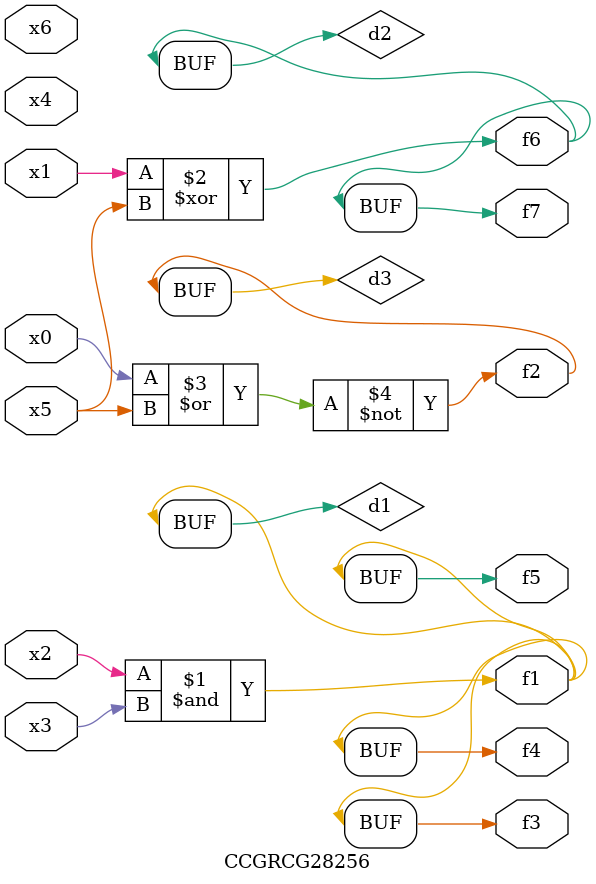
<source format=v>
module CCGRCG28256(
	input x0, x1, x2, x3, x4, x5, x6,
	output f1, f2, f3, f4, f5, f6, f7
);

	wire d1, d2, d3;

	and (d1, x2, x3);
	xor (d2, x1, x5);
	nor (d3, x0, x5);
	assign f1 = d1;
	assign f2 = d3;
	assign f3 = d1;
	assign f4 = d1;
	assign f5 = d1;
	assign f6 = d2;
	assign f7 = d2;
endmodule

</source>
